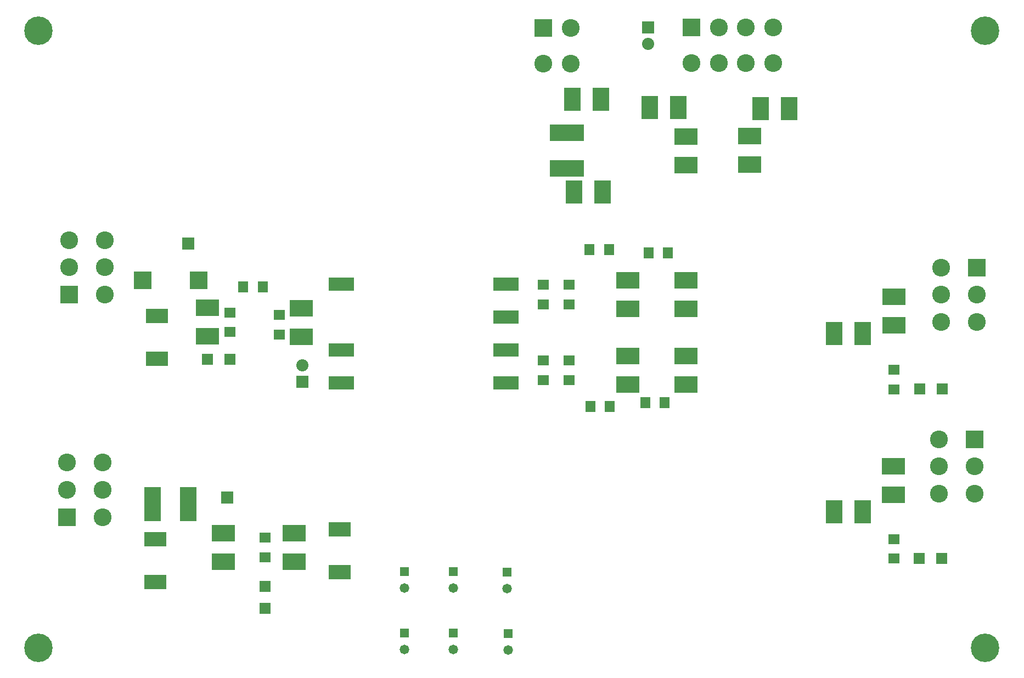
<source format=gts>
G04*
G04 #@! TF.GenerationSoftware,Altium Limited,Altium Designer,24.2.2 (26)*
G04*
G04 Layer_Color=8388736*
%FSLAX44Y44*%
%MOMM*%
G71*
G04*
G04 #@! TF.SameCoordinates,1BD910DE-209E-4C6D-8DAE-2763C1CA0569*
G04*
G04*
G04 #@! TF.FilePolarity,Negative*
G04*
G01*
G75*
%ADD38R,4.0132X2.1082*%
%ADD39R,1.7272X1.7272*%
%ADD40R,1.7272X1.7272*%
%ADD41R,3.4032X2.2032*%
%ADD42R,2.7432X2.7432*%
%ADD43R,5.3032X2.5032*%
%ADD44R,1.7000X1.5000*%
%ADD45R,3.6032X2.5032*%
%ADD46R,2.5032X5.3032*%
%ADD47R,2.5032X3.6032*%
%ADD48R,1.5000X1.7000*%
%ADD49C,2.7432*%
%ADD50R,2.7432X2.7432*%
%ADD51R,1.9812X1.9812*%
%ADD52R,1.8732X1.8732*%
%ADD53C,1.8732*%
%ADD54C,1.4732*%
%ADD55R,1.4732X1.4732*%
%ADD56C,4.4000*%
D38*
X746000Y484900D02*
D03*
X492000Y434100D02*
D03*
X746000Y586500D02*
D03*
X492000D02*
D03*
Y484900D02*
D03*
X746000Y535700D02*
D03*
Y434100D02*
D03*
D39*
X286110Y470600D02*
D03*
X320400D02*
D03*
X1418290Y163000D02*
D03*
X1384000D02*
D03*
X1419290Y425000D02*
D03*
X1385000D02*
D03*
D40*
X375000Y85710D02*
D03*
Y120000D02*
D03*
D41*
X208000Y471260D02*
D03*
Y537340D02*
D03*
X205000Y193040D02*
D03*
Y126960D02*
D03*
X490000Y208040D02*
D03*
Y141960D02*
D03*
D42*
X272580Y592600D02*
D03*
X186220D02*
D03*
X1032755Y982893D02*
D03*
X804262Y981615D02*
D03*
D43*
X840000Y820000D02*
D03*
Y765000D02*
D03*
D44*
X320400Y512600D02*
D03*
Y542600D02*
D03*
X396400Y538600D02*
D03*
Y508600D02*
D03*
X844000Y555300D02*
D03*
Y585300D02*
D03*
X375000Y195000D02*
D03*
Y165000D02*
D03*
X1345000Y163000D02*
D03*
Y193000D02*
D03*
Y454000D02*
D03*
Y424000D02*
D03*
X804000Y555300D02*
D03*
Y585300D02*
D03*
Y468300D02*
D03*
Y438300D02*
D03*
X844000Y468300D02*
D03*
Y438300D02*
D03*
D45*
X934000Y431300D02*
D03*
Y475300D02*
D03*
X310000Y202000D02*
D03*
Y158000D02*
D03*
X420000D02*
D03*
Y202000D02*
D03*
X285400Y505600D02*
D03*
Y549600D02*
D03*
X1344000Y305000D02*
D03*
Y261000D02*
D03*
X1345000Y523000D02*
D03*
Y567000D02*
D03*
X431000Y505300D02*
D03*
Y549300D02*
D03*
X934000Y592300D02*
D03*
Y548300D02*
D03*
X1024000D02*
D03*
Y592300D02*
D03*
Y431300D02*
D03*
Y475300D02*
D03*
X1122000Y815000D02*
D03*
Y771000D02*
D03*
X1024000Y770000D02*
D03*
Y814000D02*
D03*
D46*
X201400Y246600D02*
D03*
X256400D02*
D03*
D47*
X851400Y728600D02*
D03*
X895400D02*
D03*
X968400Y858600D02*
D03*
X1012400D02*
D03*
X1139400Y857600D02*
D03*
X1183400D02*
D03*
X1297000Y235000D02*
D03*
X1253000D02*
D03*
Y510000D02*
D03*
X1297000D02*
D03*
X892600Y871600D02*
D03*
X848600D02*
D03*
D48*
X341000Y582300D02*
D03*
X371000D02*
D03*
X905400Y639600D02*
D03*
X875400D02*
D03*
X966400Y634600D02*
D03*
X996400D02*
D03*
X906400Y397600D02*
D03*
X876400D02*
D03*
X961400Y403600D02*
D03*
X991400D02*
D03*
D49*
X127500Y654300D02*
D03*
X72500D02*
D03*
Y612300D02*
D03*
X127500D02*
D03*
Y570300D02*
D03*
X124100Y226800D02*
D03*
Y268800D02*
D03*
X69100D02*
D03*
Y310800D02*
D03*
X124100D02*
D03*
X1074755Y982893D02*
D03*
X1116755D02*
D03*
X1158755D02*
D03*
X1032755Y927893D02*
D03*
X1074755D02*
D03*
X1116755D02*
D03*
X1158755D02*
D03*
X846262Y926615D02*
D03*
X804262D02*
D03*
X846262Y981615D02*
D03*
X1417500Y528000D02*
D03*
X1472500D02*
D03*
Y570000D02*
D03*
X1417500D02*
D03*
Y612000D02*
D03*
X1414500Y347000D02*
D03*
Y305000D02*
D03*
X1469500D02*
D03*
Y263000D02*
D03*
X1414500D02*
D03*
D50*
X72500Y570300D02*
D03*
X69100Y226800D02*
D03*
X1472500Y612000D02*
D03*
X1469500Y347000D02*
D03*
D51*
X316000Y257000D02*
D03*
X256000Y649300D02*
D03*
D52*
X966000Y983000D02*
D03*
X432600Y435300D02*
D03*
D53*
X966000Y957600D02*
D03*
X432600Y460700D02*
D03*
D54*
X749400Y21900D02*
D03*
X590000Y117300D02*
D03*
X665000D02*
D03*
X590000Y22300D02*
D03*
X665000D02*
D03*
X748400Y116900D02*
D03*
D55*
X749400Y47300D02*
D03*
X590000Y142700D02*
D03*
X665000D02*
D03*
X590000Y47700D02*
D03*
X665000D02*
D03*
X748400Y142300D02*
D03*
D56*
X1485900Y25400D02*
D03*
Y977900D02*
D03*
X25400D02*
D03*
Y25400D02*
D03*
M02*

</source>
